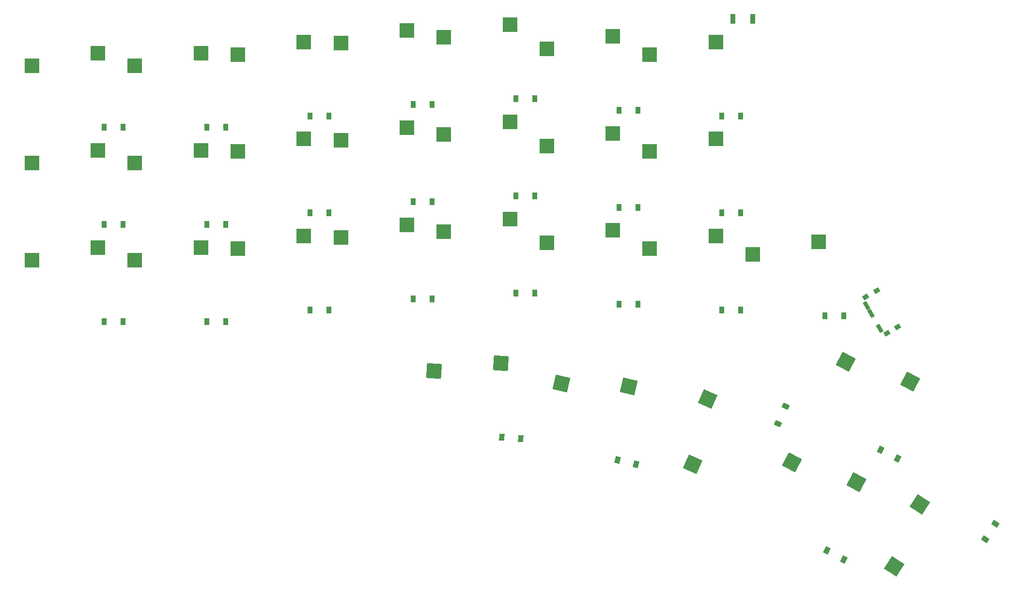
<source format=gbr>
%TF.GenerationSoftware,KiCad,Pcbnew,6.0.7*%
%TF.CreationDate,2022-09-14T22:19:12-04:00*%
%TF.ProjectId,flutter_v2_wren,666c7574-7465-4725-9f76-325f7772656e,v1.0.0*%
%TF.SameCoordinates,Original*%
%TF.FileFunction,Paste,Top*%
%TF.FilePolarity,Positive*%
%FSLAX46Y46*%
G04 Gerber Fmt 4.6, Leading zero omitted, Abs format (unit mm)*
G04 Created by KiCad (PCBNEW 6.0.7) date 2022-09-14 22:19:12*
%MOMM*%
%LPD*%
G01*
G04 APERTURE LIST*
G04 Aperture macros list*
%AMRotRect*
0 Rectangle, with rotation*
0 The origin of the aperture is its center*
0 $1 length*
0 $2 width*
0 $3 Rotation angle, in degrees counterclockwise*
0 Add horizontal line*
21,1,$1,$2,0,0,$3*%
G04 Aperture macros list end*
%ADD10R,0.900000X1.200000*%
%ADD11R,2.600000X2.600000*%
%ADD12RotRect,2.600000X2.600000X66.000000*%
%ADD13RotRect,0.900000X1.200000X237.000000*%
%ADD14RotRect,0.900000X1.200000X152.000000*%
%ADD15RotRect,2.600000X2.600000X332.000000*%
%ADD16RotRect,2.600000X2.600000X57.000000*%
%ADD17R,0.900000X1.700000*%
%ADD18RotRect,2.600000X2.600000X346.500000*%
%ADD19RotRect,2.600000X2.600000X356.000000*%
%ADD20RotRect,1.000000X0.800000X30.000000*%
%ADD21RotRect,0.700000X1.500000X30.000000*%
%ADD22RotRect,0.900000X1.200000X166.500000*%
%ADD23RotRect,0.900000X1.200000X246.000000*%
%ADD24RotRect,0.900000X1.200000X176.000000*%
G04 APERTURE END LIST*
D10*
%TO.C,D10*%
X61650000Y-3000000D03*
X58350000Y-3000000D03*
%TD*%
D11*
%TO.C,S24*%
X57275000Y43950000D03*
X45725000Y41750000D03*
%TD*%
D10*
%TO.C,D13*%
X79650000Y-2000000D03*
X76350000Y-2000000D03*
%TD*%
D12*
%TO.C,S44*%
X109896467Y-20588056D03*
X107208459Y-32034326D03*
%TD*%
D13*
%TO.C,D25*%
X160171373Y-42374190D03*
X158374065Y-45141802D03*
%TD*%
D10*
%TO.C,D26*%
X133650000Y-6000000D03*
X130350000Y-6000000D03*
%TD*%
D11*
%TO.C,S42*%
X111275000Y41950000D03*
X99725000Y39750000D03*
%TD*%
D10*
%TO.C,D2*%
X7650000Y10000000D03*
X4350000Y10000000D03*
%TD*%
D11*
%TO.C,S26*%
X75275000Y10950000D03*
X63725000Y8750000D03*
%TD*%
%TO.C,S8*%
X21275000Y5950000D03*
X9725000Y3750000D03*
%TD*%
D10*
%TO.C,D21*%
X115650000Y29000000D03*
X112350000Y29000000D03*
%TD*%
%TO.C,D14*%
X79650000Y15000000D03*
X76350000Y15000000D03*
%TD*%
D11*
%TO.C,S18*%
X39275000Y41950000D03*
X27725000Y39750000D03*
%TD*%
D10*
%TO.C,D3*%
X7650000Y27000000D03*
X4350000Y27000000D03*
%TD*%
D14*
%TO.C,D23*%
X133624127Y-48657260D03*
X130710399Y-47108004D03*
%TD*%
D15*
%TO.C,S48*%
X145230319Y-17510198D03*
X133999437Y-14030286D03*
%TD*%
D10*
%TO.C,D8*%
X43650000Y12000000D03*
X40350000Y12000000D03*
%TD*%
%TO.C,D9*%
X43650000Y29000000D03*
X40350000Y29000000D03*
%TD*%
D14*
%TO.C,D24*%
X143013559Y-30998308D03*
X140099831Y-29449052D03*
%TD*%
D11*
%TO.C,S20*%
X57275000Y9950000D03*
X45725000Y7750000D03*
%TD*%
%TO.C,S4*%
X3275000Y22950000D03*
X-8275000Y20750000D03*
%TD*%
D10*
%TO.C,D5*%
X25650000Y10000000D03*
X22350000Y10000000D03*
%TD*%
D11*
%TO.C,S12*%
X21275000Y39950000D03*
X9725000Y37750000D03*
%TD*%
D16*
%TO.C,S50*%
X146927794Y-38990298D03*
X142482288Y-49875149D03*
%TD*%
D17*
%TO.C,*%
X117700000Y46000000D03*
X114300000Y46000000D03*
%TD*%
D10*
%TO.C,D7*%
X43650000Y-5000000D03*
X40350000Y-5000000D03*
%TD*%
%TO.C,D16*%
X97650000Y-4000000D03*
X94350000Y-4000000D03*
%TD*%
D11*
%TO.C,S14*%
X39275000Y7950000D03*
X27725000Y5750000D03*
%TD*%
%TO.C,S10*%
X21275000Y22950000D03*
X9725000Y20750000D03*
%TD*%
%TO.C,S2*%
X3275000Y5950000D03*
X-8275000Y3750000D03*
%TD*%
%TO.C,S34*%
X93275000Y25950000D03*
X81725000Y23750000D03*
%TD*%
D18*
%TO.C,S56*%
X96073511Y-18378933D03*
X84329059Y-17821852D03*
%TD*%
D11*
%TO.C,S38*%
X111275000Y7950000D03*
X99725000Y5750000D03*
%TD*%
D10*
%TO.C,D6*%
X25650000Y27000000D03*
X22350000Y27000000D03*
%TD*%
D11*
%TO.C,S28*%
X75275000Y27950000D03*
X63725000Y25750000D03*
%TD*%
D10*
%TO.C,D19*%
X115650000Y-5000000D03*
X112350000Y-5000000D03*
%TD*%
D11*
%TO.C,S36*%
X93275000Y42950000D03*
X81725000Y40750000D03*
%TD*%
D10*
%TO.C,D1*%
X7650000Y-7000000D03*
X4350000Y-7000000D03*
%TD*%
%TO.C,D17*%
X97650000Y13000000D03*
X94350000Y13000000D03*
%TD*%
%TO.C,D15*%
X79650000Y32000000D03*
X76350000Y32000000D03*
%TD*%
D19*
%TO.C,S54*%
X73682073Y-14292946D03*
X62006744Y-15681900D03*
%TD*%
D20*
%TO.C,*%
X141149500Y-9050993D03*
X137499500Y-2729007D03*
X139413416Y-1624007D03*
X143063416Y-7945993D03*
D21*
X139886584Y-8163557D03*
X138386584Y-5565481D03*
X137636584Y-4266443D03*
%TD*%
D11*
%TO.C,S6*%
X3275000Y39950000D03*
X-8275000Y37750000D03*
%TD*%
D22*
%TO.C,D28*%
X97304512Y-31992447D03*
X94095692Y-31222077D03*
%TD*%
D10*
%TO.C,D4*%
X25650000Y-7000000D03*
X22350000Y-7000000D03*
%TD*%
D11*
%TO.C,S22*%
X57275000Y26950000D03*
X45725000Y24750000D03*
%TD*%
%TO.C,S40*%
X111275000Y24950000D03*
X99725000Y22750000D03*
%TD*%
D15*
%TO.C,S46*%
X135840888Y-35169150D03*
X124610006Y-31689238D03*
%TD*%
D23*
%TO.C,D22*%
X123506353Y-21858534D03*
X122164123Y-24873234D03*
%TD*%
D24*
%TO.C,D27*%
X77143070Y-27516585D03*
X73851108Y-27286389D03*
%TD*%
D10*
%TO.C,D12*%
X61650000Y31000000D03*
X58350000Y31000000D03*
%TD*%
%TO.C,D20*%
X115650000Y12000000D03*
X112350000Y12000000D03*
%TD*%
D11*
%TO.C,S32*%
X93275000Y8950000D03*
X81725000Y6750000D03*
%TD*%
D10*
%TO.C,D18*%
X97650000Y30000000D03*
X94350000Y30000000D03*
%TD*%
D11*
%TO.C,S52*%
X129275000Y6950000D03*
X117725000Y4750000D03*
%TD*%
%TO.C,S16*%
X39275000Y24950000D03*
X27725000Y22750000D03*
%TD*%
D10*
%TO.C,D11*%
X61650000Y14000000D03*
X58350000Y14000000D03*
%TD*%
D11*
%TO.C,S30*%
X75275000Y44950000D03*
X63725000Y42750000D03*
%TD*%
M02*

</source>
